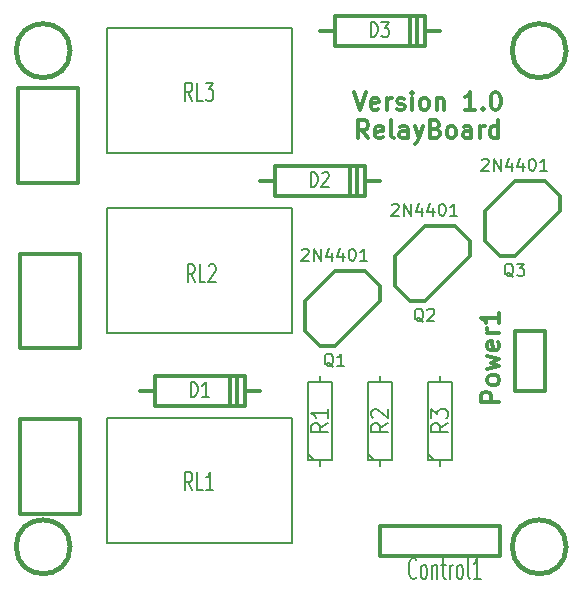
<source format=gto>
G04 (created by PCBNEW (2014-01-10 BZR 4027)-stable) date Tuesday, May 06, 2014 'pmt' 10:56:48 pm*
%MOIN*%
G04 Gerber Fmt 3.4, Leading zero omitted, Abs format*
%FSLAX34Y34*%
G01*
G70*
G90*
G04 APERTURE LIST*
%ADD10C,0.00590551*%
%ADD11C,0.011811*%
%ADD12C,0.012*%
%ADD13C,0.008*%
%ADD14C,0.015*%
%ADD15C,0.00787402*%
G04 APERTURE END LIST*
G54D10*
G54D11*
X61147Y-30514D02*
X61344Y-31105D01*
X61541Y-30514D01*
X61962Y-31077D02*
X61906Y-31105D01*
X61794Y-31105D01*
X61737Y-31077D01*
X61709Y-31020D01*
X61709Y-30795D01*
X61737Y-30739D01*
X61794Y-30711D01*
X61906Y-30711D01*
X61962Y-30739D01*
X61991Y-30795D01*
X61991Y-30852D01*
X61709Y-30908D01*
X62244Y-31105D02*
X62244Y-30711D01*
X62244Y-30823D02*
X62272Y-30767D01*
X62300Y-30739D01*
X62356Y-30711D01*
X62412Y-30711D01*
X62581Y-31077D02*
X62637Y-31105D01*
X62750Y-31105D01*
X62806Y-31077D01*
X62834Y-31020D01*
X62834Y-30992D01*
X62806Y-30936D01*
X62750Y-30908D01*
X62665Y-30908D01*
X62609Y-30880D01*
X62581Y-30823D01*
X62581Y-30795D01*
X62609Y-30739D01*
X62665Y-30711D01*
X62750Y-30711D01*
X62806Y-30739D01*
X63087Y-31105D02*
X63087Y-30711D01*
X63087Y-30514D02*
X63059Y-30542D01*
X63087Y-30570D01*
X63115Y-30542D01*
X63087Y-30514D01*
X63087Y-30570D01*
X63453Y-31105D02*
X63397Y-31077D01*
X63368Y-31048D01*
X63340Y-30992D01*
X63340Y-30823D01*
X63368Y-30767D01*
X63397Y-30739D01*
X63453Y-30711D01*
X63537Y-30711D01*
X63593Y-30739D01*
X63622Y-30767D01*
X63650Y-30823D01*
X63650Y-30992D01*
X63622Y-31048D01*
X63593Y-31077D01*
X63537Y-31105D01*
X63453Y-31105D01*
X63903Y-30711D02*
X63903Y-31105D01*
X63903Y-30767D02*
X63931Y-30739D01*
X63987Y-30711D01*
X64071Y-30711D01*
X64128Y-30739D01*
X64156Y-30795D01*
X64156Y-31105D01*
X65196Y-31105D02*
X64859Y-31105D01*
X65028Y-31105D02*
X65028Y-30514D01*
X64971Y-30598D01*
X64915Y-30655D01*
X64859Y-30683D01*
X65449Y-31048D02*
X65478Y-31077D01*
X65449Y-31105D01*
X65421Y-31077D01*
X65449Y-31048D01*
X65449Y-31105D01*
X65843Y-30514D02*
X65899Y-30514D01*
X65956Y-30542D01*
X65984Y-30570D01*
X66012Y-30627D01*
X66040Y-30739D01*
X66040Y-30880D01*
X66012Y-30992D01*
X65984Y-31048D01*
X65956Y-31077D01*
X65899Y-31105D01*
X65843Y-31105D01*
X65787Y-31077D01*
X65759Y-31048D01*
X65731Y-30992D01*
X65703Y-30880D01*
X65703Y-30739D01*
X65731Y-30627D01*
X65759Y-30570D01*
X65787Y-30542D01*
X65843Y-30514D01*
X61625Y-32050D02*
X61428Y-31768D01*
X61287Y-32050D02*
X61287Y-31459D01*
X61512Y-31459D01*
X61569Y-31487D01*
X61597Y-31515D01*
X61625Y-31571D01*
X61625Y-31656D01*
X61597Y-31712D01*
X61569Y-31740D01*
X61512Y-31768D01*
X61287Y-31768D01*
X62103Y-32021D02*
X62047Y-32050D01*
X61934Y-32050D01*
X61878Y-32021D01*
X61850Y-31965D01*
X61850Y-31740D01*
X61878Y-31684D01*
X61934Y-31656D01*
X62047Y-31656D01*
X62103Y-31684D01*
X62131Y-31740D01*
X62131Y-31796D01*
X61850Y-31853D01*
X62469Y-32050D02*
X62412Y-32021D01*
X62384Y-31965D01*
X62384Y-31459D01*
X62947Y-32050D02*
X62947Y-31740D01*
X62919Y-31684D01*
X62862Y-31656D01*
X62750Y-31656D01*
X62694Y-31684D01*
X62947Y-32021D02*
X62890Y-32050D01*
X62750Y-32050D01*
X62694Y-32021D01*
X62665Y-31965D01*
X62665Y-31909D01*
X62694Y-31853D01*
X62750Y-31825D01*
X62890Y-31825D01*
X62947Y-31796D01*
X63172Y-31656D02*
X63312Y-32050D01*
X63453Y-31656D02*
X63312Y-32050D01*
X63256Y-32190D01*
X63228Y-32218D01*
X63172Y-32246D01*
X63875Y-31740D02*
X63959Y-31768D01*
X63987Y-31796D01*
X64015Y-31853D01*
X64015Y-31937D01*
X63987Y-31993D01*
X63959Y-32021D01*
X63903Y-32050D01*
X63678Y-32050D01*
X63678Y-31459D01*
X63875Y-31459D01*
X63931Y-31487D01*
X63959Y-31515D01*
X63987Y-31571D01*
X63987Y-31628D01*
X63959Y-31684D01*
X63931Y-31712D01*
X63875Y-31740D01*
X63678Y-31740D01*
X64353Y-32050D02*
X64296Y-32021D01*
X64268Y-31993D01*
X64240Y-31937D01*
X64240Y-31768D01*
X64268Y-31712D01*
X64296Y-31684D01*
X64353Y-31656D01*
X64437Y-31656D01*
X64493Y-31684D01*
X64521Y-31712D01*
X64550Y-31768D01*
X64550Y-31937D01*
X64521Y-31993D01*
X64493Y-32021D01*
X64437Y-32050D01*
X64353Y-32050D01*
X65056Y-32050D02*
X65056Y-31740D01*
X65028Y-31684D01*
X64971Y-31656D01*
X64859Y-31656D01*
X64803Y-31684D01*
X65056Y-32021D02*
X65000Y-32050D01*
X64859Y-32050D01*
X64803Y-32021D01*
X64775Y-31965D01*
X64775Y-31909D01*
X64803Y-31853D01*
X64859Y-31825D01*
X65000Y-31825D01*
X65056Y-31796D01*
X65337Y-32050D02*
X65337Y-31656D01*
X65337Y-31768D02*
X65365Y-31712D01*
X65393Y-31684D01*
X65449Y-31656D01*
X65506Y-31656D01*
X65956Y-32050D02*
X65956Y-31459D01*
X65956Y-32021D02*
X65899Y-32050D01*
X65787Y-32050D01*
X65731Y-32021D01*
X65703Y-31993D01*
X65674Y-31937D01*
X65674Y-31768D01*
X65703Y-31712D01*
X65731Y-31684D01*
X65787Y-31656D01*
X65899Y-31656D01*
X65956Y-31684D01*
G54D12*
X60500Y-27972D02*
X63500Y-27972D01*
X63500Y-27972D02*
X63500Y-28972D01*
X63500Y-28972D02*
X60500Y-28972D01*
X60500Y-28972D02*
X60500Y-27972D01*
X63250Y-27972D02*
X63250Y-28972D01*
X63000Y-28972D02*
X63000Y-27972D01*
X60500Y-28472D02*
X60000Y-28472D01*
X63500Y-28472D02*
X64000Y-28472D01*
X58500Y-32972D02*
X61500Y-32972D01*
X61500Y-32972D02*
X61500Y-33972D01*
X61500Y-33972D02*
X58500Y-33972D01*
X58500Y-33972D02*
X58500Y-32972D01*
X61250Y-32972D02*
X61250Y-33972D01*
X61000Y-33972D02*
X61000Y-32972D01*
X58500Y-33472D02*
X58000Y-33472D01*
X61500Y-33472D02*
X62000Y-33472D01*
X54500Y-39972D02*
X57500Y-39972D01*
X57500Y-39972D02*
X57500Y-40972D01*
X57500Y-40972D02*
X54500Y-40972D01*
X54500Y-40972D02*
X54500Y-39972D01*
X57250Y-39972D02*
X57250Y-40972D01*
X57000Y-40972D02*
X57000Y-39972D01*
X54500Y-40472D02*
X54000Y-40472D01*
X57500Y-40472D02*
X58000Y-40472D01*
G54D13*
X64000Y-42972D02*
X64000Y-42772D01*
X64000Y-39972D02*
X64000Y-40172D01*
X64000Y-40172D02*
X63600Y-40172D01*
X63600Y-40172D02*
X63600Y-42772D01*
X63600Y-42772D02*
X64400Y-42772D01*
X64400Y-42772D02*
X64400Y-40172D01*
X64400Y-40172D02*
X64000Y-40172D01*
X63800Y-42772D02*
X63600Y-42572D01*
X62000Y-42972D02*
X62000Y-42772D01*
X62000Y-39972D02*
X62000Y-40172D01*
X62000Y-40172D02*
X61600Y-40172D01*
X61600Y-40172D02*
X61600Y-42772D01*
X61600Y-42772D02*
X62400Y-42772D01*
X62400Y-42772D02*
X62400Y-40172D01*
X62400Y-40172D02*
X62000Y-40172D01*
X61800Y-42772D02*
X61600Y-42572D01*
X60000Y-42972D02*
X60000Y-42772D01*
X60000Y-39972D02*
X60000Y-40172D01*
X60000Y-40172D02*
X59600Y-40172D01*
X59600Y-40172D02*
X59600Y-42772D01*
X59600Y-42772D02*
X60400Y-42772D01*
X60400Y-42772D02*
X60400Y-40172D01*
X60400Y-40172D02*
X60000Y-40172D01*
X59800Y-42772D02*
X59600Y-42572D01*
G54D12*
X60500Y-38972D02*
X62000Y-37472D01*
X62000Y-37472D02*
X62000Y-36972D01*
X62000Y-36972D02*
X61500Y-36472D01*
X61500Y-36472D02*
X60500Y-36472D01*
X60500Y-36472D02*
X59500Y-37472D01*
X59500Y-37472D02*
X59500Y-38472D01*
X59500Y-38472D02*
X60000Y-38972D01*
X60000Y-38972D02*
X60500Y-38972D01*
X63500Y-37472D02*
X65000Y-35972D01*
X65000Y-35972D02*
X65000Y-35472D01*
X65000Y-35472D02*
X64500Y-34972D01*
X64500Y-34972D02*
X63500Y-34972D01*
X63500Y-34972D02*
X62500Y-35972D01*
X62500Y-35972D02*
X62500Y-36972D01*
X62500Y-36972D02*
X63000Y-37472D01*
X63000Y-37472D02*
X63500Y-37472D01*
X66500Y-35972D02*
X68000Y-34472D01*
X68000Y-34472D02*
X68000Y-33972D01*
X68000Y-33972D02*
X67500Y-33472D01*
X67500Y-33472D02*
X66500Y-33472D01*
X66500Y-33472D02*
X65500Y-34472D01*
X65500Y-34472D02*
X65500Y-35472D01*
X65500Y-35472D02*
X66000Y-35972D01*
X66000Y-35972D02*
X66500Y-35972D01*
G54D10*
X52929Y-32559D02*
X59070Y-32559D01*
X59070Y-32559D02*
X59070Y-28385D01*
X59070Y-28385D02*
X52929Y-28385D01*
X52929Y-28385D02*
X52929Y-32559D01*
X52929Y-38559D02*
X59070Y-38559D01*
X59070Y-38559D02*
X59070Y-34385D01*
X59070Y-34385D02*
X52929Y-34385D01*
X52929Y-34385D02*
X52929Y-38559D01*
X52929Y-45559D02*
X59070Y-45559D01*
X59070Y-45559D02*
X59070Y-41385D01*
X59070Y-41385D02*
X52929Y-41385D01*
X52929Y-41385D02*
X52929Y-45559D01*
G54D14*
X68222Y-29133D02*
G75*
G03X68222Y-29133I-900J0D01*
G74*
G01*
X68222Y-45669D02*
G75*
G03X68222Y-45669I-900J0D01*
G74*
G01*
X51687Y-45669D02*
G75*
G03X51687Y-45669I-900J0D01*
G74*
G01*
G54D12*
X52000Y-44574D02*
X50000Y-44574D01*
X52000Y-41425D02*
X50000Y-41425D01*
X52000Y-44574D02*
X52000Y-41425D01*
X50000Y-44574D02*
X50000Y-41425D01*
X52000Y-39047D02*
X50000Y-39047D01*
X52000Y-35897D02*
X50000Y-35897D01*
X52000Y-39047D02*
X52000Y-35897D01*
X50000Y-39047D02*
X50000Y-35897D01*
X51944Y-33543D02*
X49944Y-33543D01*
X51944Y-30393D02*
X49944Y-30393D01*
X51944Y-33543D02*
X51944Y-30393D01*
X49944Y-33543D02*
X49944Y-30393D01*
G54D14*
X51687Y-29133D02*
G75*
G03X51687Y-29133I-900J0D01*
G74*
G01*
G54D12*
X62000Y-44972D02*
X62000Y-45972D01*
X66000Y-45972D02*
X66000Y-44972D01*
X66000Y-45972D02*
X62000Y-45972D01*
X62000Y-44972D02*
X66000Y-44972D01*
X66500Y-40472D02*
X66500Y-38472D01*
X66500Y-40472D02*
X67500Y-40472D01*
X67500Y-40472D02*
X67500Y-38472D01*
X67500Y-38472D02*
X66500Y-38472D01*
G54D13*
X61704Y-28674D02*
X61704Y-28174D01*
X61800Y-28174D01*
X61857Y-28198D01*
X61895Y-28246D01*
X61914Y-28293D01*
X61933Y-28389D01*
X61933Y-28460D01*
X61914Y-28555D01*
X61895Y-28603D01*
X61857Y-28651D01*
X61800Y-28674D01*
X61704Y-28674D01*
X62066Y-28174D02*
X62314Y-28174D01*
X62180Y-28365D01*
X62238Y-28365D01*
X62276Y-28389D01*
X62295Y-28412D01*
X62314Y-28460D01*
X62314Y-28579D01*
X62295Y-28627D01*
X62276Y-28651D01*
X62238Y-28674D01*
X62123Y-28674D01*
X62085Y-28651D01*
X62066Y-28627D01*
X59704Y-33674D02*
X59704Y-33174D01*
X59800Y-33174D01*
X59857Y-33198D01*
X59895Y-33246D01*
X59914Y-33293D01*
X59933Y-33389D01*
X59933Y-33460D01*
X59914Y-33555D01*
X59895Y-33603D01*
X59857Y-33651D01*
X59800Y-33674D01*
X59704Y-33674D01*
X60085Y-33222D02*
X60104Y-33198D01*
X60142Y-33174D01*
X60238Y-33174D01*
X60276Y-33198D01*
X60295Y-33222D01*
X60314Y-33270D01*
X60314Y-33317D01*
X60295Y-33389D01*
X60066Y-33674D01*
X60314Y-33674D01*
X55704Y-40674D02*
X55704Y-40174D01*
X55800Y-40174D01*
X55857Y-40198D01*
X55895Y-40246D01*
X55914Y-40293D01*
X55933Y-40389D01*
X55933Y-40460D01*
X55914Y-40555D01*
X55895Y-40603D01*
X55857Y-40651D01*
X55800Y-40674D01*
X55704Y-40674D01*
X56314Y-40674D02*
X56085Y-40674D01*
X56200Y-40674D02*
X56200Y-40174D01*
X56161Y-40246D01*
X56123Y-40293D01*
X56085Y-40317D01*
X64272Y-41555D02*
X64010Y-41722D01*
X64272Y-41841D02*
X63722Y-41841D01*
X63722Y-41651D01*
X63748Y-41603D01*
X63775Y-41579D01*
X63827Y-41555D01*
X63905Y-41555D01*
X63958Y-41579D01*
X63984Y-41603D01*
X64010Y-41651D01*
X64010Y-41841D01*
X63722Y-41389D02*
X63722Y-41079D01*
X63932Y-41246D01*
X63932Y-41174D01*
X63958Y-41127D01*
X63984Y-41103D01*
X64036Y-41079D01*
X64167Y-41079D01*
X64220Y-41103D01*
X64246Y-41127D01*
X64272Y-41174D01*
X64272Y-41317D01*
X64246Y-41365D01*
X64220Y-41389D01*
X62272Y-41555D02*
X62010Y-41722D01*
X62272Y-41841D02*
X61722Y-41841D01*
X61722Y-41651D01*
X61748Y-41603D01*
X61775Y-41579D01*
X61827Y-41555D01*
X61905Y-41555D01*
X61958Y-41579D01*
X61984Y-41603D01*
X62010Y-41651D01*
X62010Y-41841D01*
X61775Y-41365D02*
X61748Y-41341D01*
X61722Y-41293D01*
X61722Y-41174D01*
X61748Y-41127D01*
X61775Y-41103D01*
X61827Y-41079D01*
X61879Y-41079D01*
X61958Y-41103D01*
X62272Y-41389D01*
X62272Y-41079D01*
X60272Y-41555D02*
X60010Y-41722D01*
X60272Y-41841D02*
X59722Y-41841D01*
X59722Y-41651D01*
X59748Y-41603D01*
X59775Y-41579D01*
X59827Y-41555D01*
X59905Y-41555D01*
X59958Y-41579D01*
X59984Y-41603D01*
X60010Y-41651D01*
X60010Y-41841D01*
X60272Y-41079D02*
X60272Y-41365D01*
X60272Y-41222D02*
X59722Y-41222D01*
X59801Y-41270D01*
X59853Y-41317D01*
X59879Y-41365D01*
X60461Y-39672D02*
X60423Y-39653D01*
X60385Y-39615D01*
X60328Y-39558D01*
X60290Y-39539D01*
X60252Y-39539D01*
X60271Y-39634D02*
X60233Y-39615D01*
X60195Y-39577D01*
X60176Y-39501D01*
X60176Y-39367D01*
X60195Y-39291D01*
X60233Y-39253D01*
X60271Y-39234D01*
X60347Y-39234D01*
X60385Y-39253D01*
X60423Y-39291D01*
X60442Y-39367D01*
X60442Y-39501D01*
X60423Y-39577D01*
X60385Y-39615D01*
X60347Y-39634D01*
X60271Y-39634D01*
X60823Y-39634D02*
X60595Y-39634D01*
X60709Y-39634D02*
X60709Y-39234D01*
X60671Y-39291D01*
X60633Y-39329D01*
X60595Y-39348D01*
X59414Y-35772D02*
X59433Y-35753D01*
X59471Y-35734D01*
X59566Y-35734D01*
X59604Y-35753D01*
X59623Y-35772D01*
X59642Y-35810D01*
X59642Y-35848D01*
X59623Y-35905D01*
X59395Y-36134D01*
X59642Y-36134D01*
X59814Y-36134D02*
X59814Y-35734D01*
X60042Y-36134D01*
X60042Y-35734D01*
X60404Y-35867D02*
X60404Y-36134D01*
X60309Y-35715D02*
X60214Y-36001D01*
X60461Y-36001D01*
X60785Y-35867D02*
X60785Y-36134D01*
X60690Y-35715D02*
X60595Y-36001D01*
X60842Y-36001D01*
X61071Y-35734D02*
X61109Y-35734D01*
X61147Y-35753D01*
X61166Y-35772D01*
X61185Y-35810D01*
X61204Y-35886D01*
X61204Y-35981D01*
X61185Y-36058D01*
X61166Y-36096D01*
X61147Y-36115D01*
X61109Y-36134D01*
X61071Y-36134D01*
X61033Y-36115D01*
X61014Y-36096D01*
X60995Y-36058D01*
X60976Y-35981D01*
X60976Y-35886D01*
X60995Y-35810D01*
X61014Y-35772D01*
X61033Y-35753D01*
X61071Y-35734D01*
X61585Y-36134D02*
X61357Y-36134D01*
X61471Y-36134D02*
X61471Y-35734D01*
X61433Y-35791D01*
X61395Y-35829D01*
X61357Y-35848D01*
X63461Y-38172D02*
X63423Y-38153D01*
X63385Y-38115D01*
X63328Y-38058D01*
X63290Y-38039D01*
X63252Y-38039D01*
X63271Y-38134D02*
X63233Y-38115D01*
X63195Y-38077D01*
X63176Y-38001D01*
X63176Y-37867D01*
X63195Y-37791D01*
X63233Y-37753D01*
X63271Y-37734D01*
X63347Y-37734D01*
X63385Y-37753D01*
X63423Y-37791D01*
X63442Y-37867D01*
X63442Y-38001D01*
X63423Y-38077D01*
X63385Y-38115D01*
X63347Y-38134D01*
X63271Y-38134D01*
X63595Y-37772D02*
X63614Y-37753D01*
X63652Y-37734D01*
X63747Y-37734D01*
X63785Y-37753D01*
X63804Y-37772D01*
X63823Y-37810D01*
X63823Y-37848D01*
X63804Y-37905D01*
X63576Y-38134D01*
X63823Y-38134D01*
X62414Y-34272D02*
X62433Y-34253D01*
X62471Y-34234D01*
X62566Y-34234D01*
X62604Y-34253D01*
X62623Y-34272D01*
X62642Y-34310D01*
X62642Y-34348D01*
X62623Y-34405D01*
X62395Y-34634D01*
X62642Y-34634D01*
X62814Y-34634D02*
X62814Y-34234D01*
X63042Y-34634D01*
X63042Y-34234D01*
X63404Y-34367D02*
X63404Y-34634D01*
X63309Y-34215D02*
X63214Y-34501D01*
X63461Y-34501D01*
X63785Y-34367D02*
X63785Y-34634D01*
X63690Y-34215D02*
X63595Y-34501D01*
X63842Y-34501D01*
X64071Y-34234D02*
X64109Y-34234D01*
X64147Y-34253D01*
X64166Y-34272D01*
X64185Y-34310D01*
X64204Y-34386D01*
X64204Y-34481D01*
X64185Y-34558D01*
X64166Y-34596D01*
X64147Y-34615D01*
X64109Y-34634D01*
X64071Y-34634D01*
X64033Y-34615D01*
X64014Y-34596D01*
X63995Y-34558D01*
X63976Y-34481D01*
X63976Y-34386D01*
X63995Y-34310D01*
X64014Y-34272D01*
X64033Y-34253D01*
X64071Y-34234D01*
X64585Y-34634D02*
X64357Y-34634D01*
X64471Y-34634D02*
X64471Y-34234D01*
X64433Y-34291D01*
X64395Y-34329D01*
X64357Y-34348D01*
X66461Y-36672D02*
X66423Y-36653D01*
X66385Y-36615D01*
X66328Y-36558D01*
X66290Y-36539D01*
X66252Y-36539D01*
X66271Y-36634D02*
X66233Y-36615D01*
X66195Y-36577D01*
X66176Y-36501D01*
X66176Y-36367D01*
X66195Y-36291D01*
X66233Y-36253D01*
X66271Y-36234D01*
X66347Y-36234D01*
X66385Y-36253D01*
X66423Y-36291D01*
X66442Y-36367D01*
X66442Y-36501D01*
X66423Y-36577D01*
X66385Y-36615D01*
X66347Y-36634D01*
X66271Y-36634D01*
X66576Y-36234D02*
X66823Y-36234D01*
X66690Y-36386D01*
X66747Y-36386D01*
X66785Y-36405D01*
X66804Y-36424D01*
X66823Y-36462D01*
X66823Y-36558D01*
X66804Y-36596D01*
X66785Y-36615D01*
X66747Y-36634D01*
X66633Y-36634D01*
X66595Y-36615D01*
X66576Y-36596D01*
X65414Y-32772D02*
X65433Y-32753D01*
X65471Y-32734D01*
X65566Y-32734D01*
X65604Y-32753D01*
X65623Y-32772D01*
X65642Y-32810D01*
X65642Y-32848D01*
X65623Y-32905D01*
X65395Y-33134D01*
X65642Y-33134D01*
X65814Y-33134D02*
X65814Y-32734D01*
X66042Y-33134D01*
X66042Y-32734D01*
X66404Y-32867D02*
X66404Y-33134D01*
X66309Y-32715D02*
X66214Y-33001D01*
X66461Y-33001D01*
X66785Y-32867D02*
X66785Y-33134D01*
X66690Y-32715D02*
X66595Y-33001D01*
X66842Y-33001D01*
X67071Y-32734D02*
X67109Y-32734D01*
X67147Y-32753D01*
X67166Y-32772D01*
X67185Y-32810D01*
X67204Y-32886D01*
X67204Y-32981D01*
X67185Y-33058D01*
X67166Y-33096D01*
X67147Y-33115D01*
X67109Y-33134D01*
X67071Y-33134D01*
X67033Y-33115D01*
X67014Y-33096D01*
X66995Y-33058D01*
X66976Y-32981D01*
X66976Y-32886D01*
X66995Y-32810D01*
X67014Y-32772D01*
X67033Y-32753D01*
X67071Y-32734D01*
X67585Y-33134D02*
X67357Y-33134D01*
X67471Y-33134D02*
X67471Y-32734D01*
X67433Y-32791D01*
X67395Y-32829D01*
X67357Y-32848D01*
X55755Y-30794D02*
X55622Y-30508D01*
X55527Y-30794D02*
X55527Y-30194D01*
X55679Y-30194D01*
X55717Y-30222D01*
X55736Y-30251D01*
X55755Y-30308D01*
X55755Y-30394D01*
X55736Y-30451D01*
X55717Y-30479D01*
X55679Y-30508D01*
X55527Y-30508D01*
X56117Y-30794D02*
X55927Y-30794D01*
X55927Y-30194D01*
X56212Y-30194D02*
X56460Y-30194D01*
X56327Y-30422D01*
X56384Y-30422D01*
X56422Y-30451D01*
X56441Y-30479D01*
X56460Y-30536D01*
X56460Y-30679D01*
X56441Y-30736D01*
X56422Y-30765D01*
X56384Y-30794D01*
X56269Y-30794D01*
X56231Y-30765D01*
X56212Y-30736D01*
X55834Y-36857D02*
X55701Y-36571D01*
X55605Y-36857D02*
X55605Y-36257D01*
X55758Y-36257D01*
X55796Y-36285D01*
X55815Y-36314D01*
X55834Y-36371D01*
X55834Y-36457D01*
X55815Y-36514D01*
X55796Y-36542D01*
X55758Y-36571D01*
X55605Y-36571D01*
X56196Y-36857D02*
X56005Y-36857D01*
X56005Y-36257D01*
X56310Y-36314D02*
X56329Y-36285D01*
X56367Y-36257D01*
X56462Y-36257D01*
X56501Y-36285D01*
X56520Y-36314D01*
X56539Y-36371D01*
X56539Y-36428D01*
X56520Y-36514D01*
X56291Y-36857D01*
X56539Y-36857D01*
X55755Y-43786D02*
X55622Y-43500D01*
X55527Y-43786D02*
X55527Y-43186D01*
X55679Y-43186D01*
X55717Y-43214D01*
X55736Y-43243D01*
X55755Y-43300D01*
X55755Y-43386D01*
X55736Y-43443D01*
X55717Y-43471D01*
X55679Y-43500D01*
X55527Y-43500D01*
X56117Y-43786D02*
X55927Y-43786D01*
X55927Y-43186D01*
X56460Y-43786D02*
X56231Y-43786D01*
X56346Y-43786D02*
X56346Y-43186D01*
X56308Y-43271D01*
X56269Y-43329D01*
X56231Y-43357D01*
G54D15*
X63220Y-46667D02*
X63201Y-46700D01*
X63144Y-46732D01*
X63106Y-46732D01*
X63049Y-46700D01*
X63011Y-46635D01*
X62992Y-46570D01*
X62973Y-46440D01*
X62973Y-46343D01*
X62992Y-46213D01*
X63011Y-46148D01*
X63049Y-46083D01*
X63106Y-46050D01*
X63144Y-46050D01*
X63201Y-46083D01*
X63220Y-46115D01*
X63449Y-46732D02*
X63411Y-46700D01*
X63392Y-46667D01*
X63373Y-46602D01*
X63373Y-46407D01*
X63392Y-46343D01*
X63411Y-46310D01*
X63449Y-46278D01*
X63506Y-46278D01*
X63544Y-46310D01*
X63563Y-46343D01*
X63582Y-46407D01*
X63582Y-46602D01*
X63563Y-46667D01*
X63544Y-46700D01*
X63506Y-46732D01*
X63449Y-46732D01*
X63754Y-46278D02*
X63754Y-46732D01*
X63754Y-46343D02*
X63773Y-46310D01*
X63811Y-46278D01*
X63868Y-46278D01*
X63906Y-46310D01*
X63925Y-46375D01*
X63925Y-46732D01*
X64058Y-46278D02*
X64211Y-46278D01*
X64116Y-46050D02*
X64116Y-46635D01*
X64135Y-46700D01*
X64173Y-46732D01*
X64211Y-46732D01*
X64344Y-46732D02*
X64344Y-46278D01*
X64344Y-46407D02*
X64363Y-46343D01*
X64382Y-46310D01*
X64420Y-46278D01*
X64458Y-46278D01*
X64649Y-46732D02*
X64611Y-46700D01*
X64592Y-46667D01*
X64573Y-46602D01*
X64573Y-46407D01*
X64592Y-46343D01*
X64611Y-46310D01*
X64649Y-46278D01*
X64706Y-46278D01*
X64744Y-46310D01*
X64763Y-46343D01*
X64782Y-46407D01*
X64782Y-46602D01*
X64763Y-46667D01*
X64744Y-46700D01*
X64706Y-46732D01*
X64649Y-46732D01*
X65011Y-46732D02*
X64973Y-46700D01*
X64954Y-46635D01*
X64954Y-46050D01*
X65373Y-46732D02*
X65144Y-46732D01*
X65258Y-46732D02*
X65258Y-46050D01*
X65220Y-46148D01*
X65182Y-46213D01*
X65144Y-46245D01*
G54D12*
X65990Y-40841D02*
X65390Y-40841D01*
X65390Y-40612D01*
X65419Y-40555D01*
X65448Y-40527D01*
X65505Y-40498D01*
X65590Y-40498D01*
X65648Y-40527D01*
X65676Y-40555D01*
X65705Y-40612D01*
X65705Y-40841D01*
X65990Y-40155D02*
X65962Y-40212D01*
X65933Y-40241D01*
X65876Y-40270D01*
X65705Y-40270D01*
X65648Y-40241D01*
X65619Y-40212D01*
X65590Y-40155D01*
X65590Y-40070D01*
X65619Y-40012D01*
X65648Y-39984D01*
X65705Y-39955D01*
X65876Y-39955D01*
X65933Y-39984D01*
X65962Y-40012D01*
X65990Y-40070D01*
X65990Y-40155D01*
X65590Y-39755D02*
X65990Y-39641D01*
X65705Y-39527D01*
X65990Y-39412D01*
X65590Y-39298D01*
X65962Y-38841D02*
X65990Y-38898D01*
X65990Y-39012D01*
X65962Y-39070D01*
X65905Y-39098D01*
X65676Y-39098D01*
X65619Y-39070D01*
X65590Y-39012D01*
X65590Y-38898D01*
X65619Y-38841D01*
X65676Y-38812D01*
X65733Y-38812D01*
X65790Y-39098D01*
X65990Y-38555D02*
X65590Y-38555D01*
X65705Y-38555D02*
X65648Y-38527D01*
X65619Y-38498D01*
X65590Y-38441D01*
X65590Y-38384D01*
X65990Y-37870D02*
X65990Y-38212D01*
X65990Y-38041D02*
X65390Y-38041D01*
X65476Y-38098D01*
X65533Y-38155D01*
X65562Y-38212D01*
M02*

</source>
